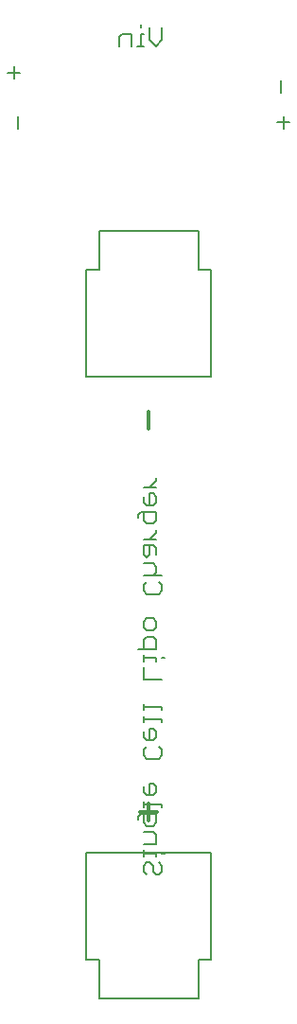
<source format=gbo>
G75*
%MOIN*%
%OFA0B0*%
%FSLAX25Y25*%
%IPPOS*%
%LPD*%
%AMOC8*
5,1,8,0,0,1.08239X$1,22.5*
%
%ADD10C,0.00600*%
%ADD11C,0.01200*%
%ADD12C,0.00800*%
D10*
X0164498Y0102822D02*
X0164498Y0103890D01*
X0165566Y0104957D01*
X0170904Y0104957D01*
X0170904Y0101754D01*
X0169836Y0100687D01*
X0167701Y0100687D01*
X0166633Y0101754D01*
X0166633Y0104957D01*
X0166633Y0107132D02*
X0166633Y0109267D01*
X0166633Y0108200D02*
X0173039Y0108200D01*
X0173039Y0107132D01*
X0169836Y0111429D02*
X0170904Y0112497D01*
X0170904Y0114632D01*
X0169836Y0115700D01*
X0168768Y0115700D01*
X0168768Y0111429D01*
X0167701Y0111429D02*
X0169836Y0111429D01*
X0167701Y0111429D02*
X0166633Y0112497D01*
X0166633Y0114632D01*
X0167701Y0124320D02*
X0166633Y0125388D01*
X0166633Y0127523D01*
X0167701Y0128591D01*
X0167701Y0130766D02*
X0169836Y0130766D01*
X0170904Y0131833D01*
X0170904Y0133969D01*
X0169836Y0135036D01*
X0168768Y0135036D01*
X0168768Y0130766D01*
X0167701Y0130766D02*
X0166633Y0131833D01*
X0166633Y0133969D01*
X0166633Y0137211D02*
X0166633Y0139346D01*
X0166633Y0138279D02*
X0173039Y0138279D01*
X0173039Y0137211D01*
X0173039Y0141508D02*
X0173039Y0142576D01*
X0166633Y0142576D01*
X0166633Y0143643D02*
X0166633Y0141508D01*
X0166633Y0152251D02*
X0166633Y0156521D01*
X0166633Y0158696D02*
X0166633Y0160831D01*
X0166633Y0159764D02*
X0170904Y0159764D01*
X0170904Y0158696D01*
X0173039Y0159764D02*
X0174106Y0159764D01*
X0170904Y0162993D02*
X0170904Y0166196D01*
X0169836Y0167264D01*
X0167701Y0167264D01*
X0166633Y0166196D01*
X0166633Y0162993D01*
X0164498Y0162993D02*
X0170904Y0162993D01*
X0169836Y0169439D02*
X0167701Y0169439D01*
X0166633Y0170506D01*
X0166633Y0172641D01*
X0167701Y0173709D01*
X0169836Y0173709D01*
X0170904Y0172641D01*
X0170904Y0170506D01*
X0169836Y0169439D01*
X0167701Y0182330D02*
X0166633Y0183397D01*
X0166633Y0185532D01*
X0167701Y0186600D01*
X0166633Y0188775D02*
X0173039Y0188775D01*
X0170904Y0189843D02*
X0170904Y0191978D01*
X0169836Y0193046D01*
X0166633Y0193046D01*
X0167701Y0195221D02*
X0168768Y0196288D01*
X0168768Y0199491D01*
X0169836Y0199491D02*
X0166633Y0199491D01*
X0166633Y0196288D01*
X0167701Y0195221D01*
X0170904Y0196288D02*
X0170904Y0198423D01*
X0169836Y0199491D01*
X0168768Y0201666D02*
X0170904Y0203801D01*
X0170904Y0204869D01*
X0169836Y0207037D02*
X0167701Y0207037D01*
X0166633Y0208105D01*
X0166633Y0211308D01*
X0165566Y0211308D02*
X0164498Y0210240D01*
X0164498Y0209173D01*
X0165566Y0211308D02*
X0170904Y0211308D01*
X0170904Y0208105D01*
X0169836Y0207037D01*
X0169836Y0213483D02*
X0167701Y0213483D01*
X0166633Y0214551D01*
X0166633Y0216686D01*
X0168768Y0217753D02*
X0168768Y0213483D01*
X0169836Y0213483D02*
X0170904Y0214551D01*
X0170904Y0216686D01*
X0169836Y0217753D01*
X0168768Y0217753D01*
X0168768Y0219928D02*
X0170904Y0222064D01*
X0170904Y0223131D01*
X0170904Y0219928D02*
X0166633Y0219928D01*
X0166633Y0201666D02*
X0170904Y0201666D01*
X0170904Y0189843D02*
X0169836Y0188775D01*
X0171971Y0186600D02*
X0173039Y0185532D01*
X0173039Y0183397D01*
X0171971Y0182330D01*
X0167701Y0182330D01*
X0166633Y0152251D02*
X0173039Y0152251D01*
X0171971Y0128591D02*
X0173039Y0127523D01*
X0173039Y0125388D01*
X0171971Y0124320D01*
X0167701Y0124320D01*
X0166633Y0098512D02*
X0169836Y0098512D01*
X0170904Y0097444D01*
X0170904Y0094241D01*
X0166633Y0094241D01*
X0166633Y0092079D02*
X0166633Y0089944D01*
X0166633Y0091012D02*
X0170904Y0091012D01*
X0170904Y0089944D01*
X0173039Y0091012D02*
X0174106Y0091012D01*
X0171971Y0087769D02*
X0173039Y0086702D01*
X0173039Y0084566D01*
X0171971Y0083499D01*
X0170904Y0083499D01*
X0169836Y0084566D01*
X0169836Y0086702D01*
X0168768Y0087769D01*
X0167701Y0087769D01*
X0166633Y0086702D01*
X0166633Y0084566D01*
X0167701Y0083499D01*
X0122336Y0346355D02*
X0122336Y0350625D01*
X0120898Y0363868D02*
X0120898Y0368138D01*
X0123033Y0366003D02*
X0118763Y0366003D01*
X0158021Y0375300D02*
X0158021Y0378503D01*
X0159088Y0379570D01*
X0162291Y0379570D01*
X0162291Y0375300D01*
X0164453Y0375300D02*
X0166588Y0375300D01*
X0165520Y0375300D02*
X0165520Y0379570D01*
X0166588Y0379570D01*
X0165520Y0381705D02*
X0165520Y0382773D01*
X0168763Y0381705D02*
X0168763Y0377435D01*
X0170898Y0375300D01*
X0173033Y0377435D01*
X0173033Y0381705D01*
X0214836Y0363125D02*
X0214836Y0358855D01*
X0215898Y0350638D02*
X0215898Y0346368D01*
X0218033Y0348503D02*
X0213763Y0348503D01*
D11*
X0168337Y0246472D02*
X0168337Y0240600D01*
X0168337Y0108472D02*
X0168337Y0102600D01*
X0171273Y0105536D02*
X0165401Y0105536D01*
D12*
X0150833Y0053563D02*
X0146433Y0053563D01*
X0146433Y0091063D01*
X0190233Y0091063D01*
X0190233Y0053563D01*
X0185833Y0053563D01*
X0185833Y0039863D01*
X0150833Y0039863D01*
X0150833Y0053563D01*
X0146433Y0258937D02*
X0146433Y0296437D01*
X0150833Y0296437D01*
X0150833Y0310137D01*
X0185833Y0310137D01*
X0185833Y0296437D01*
X0190233Y0296437D01*
X0190233Y0258937D01*
X0146433Y0258937D01*
M02*

</source>
